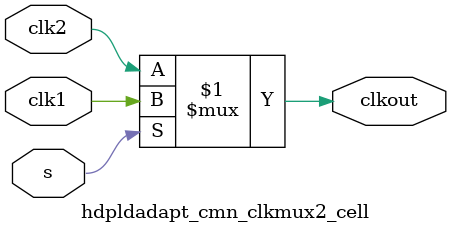
<source format=v>
module hdpldadapt_cmn_clkmux2_cell(	// file.cleaned.mlir:2:3
  input  clk2,	// file.cleaned.mlir:2:45
         clk1,	// file.cleaned.mlir:2:60
         s,	// file.cleaned.mlir:2:75
  output clkout	// file.cleaned.mlir:2:88
);

  assign clkout = s ? clk1 : clk2;	// file.cleaned.mlir:3:10, :4:5
endmodule


</source>
